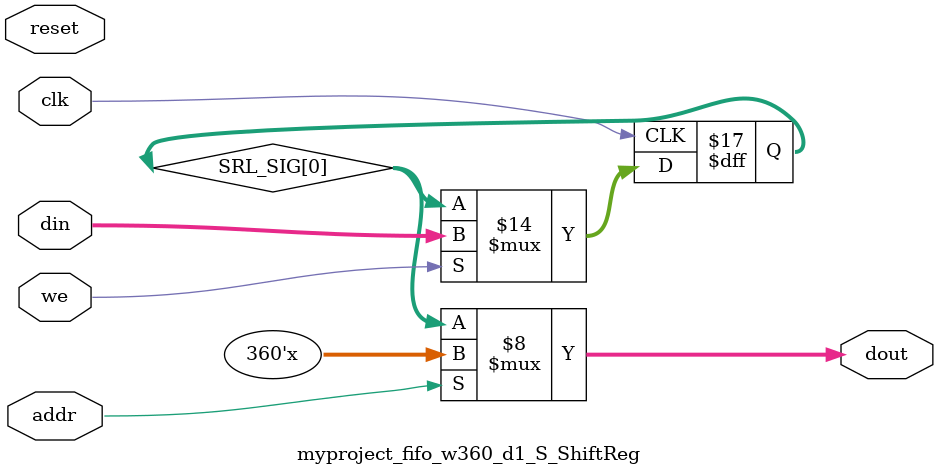
<source format=v>

`timescale 1 ns / 1 ps


module myproject_fifo_w360_d1_S
#(parameter
    MEM_STYLE   = "shiftReg",
    DATA_WIDTH  = 360,
    ADDR_WIDTH  = 1,
    DEPTH       = 1)
(
    // system signal
    input  wire                  clk,
    input  wire                  reset,

    // write
    output wire                  if_full_n,
    input  wire                  if_write_ce,
    input  wire                  if_write,
    input  wire [DATA_WIDTH-1:0] if_din,
    
    // read 
    output wire [ADDR_WIDTH:0]   if_num_data_valid, // for FRP
    output wire [ADDR_WIDTH:0]   if_fifo_cap,       // for FRP
    output wire                  if_empty_n,
    input  wire                  if_read_ce,
    input  wire                  if_read,
    output wire [DATA_WIDTH-1:0] if_dout
);
//------------------------Parameter----------------------

//------------------------Local signal-------------------
    wire [ADDR_WIDTH-1:0]     addr;
    wire                      push;
    wire                      pop;
    reg signed [ADDR_WIDTH:0] mOutPtr;
    reg                       empty_n = 1'b0;
    reg                       full_n  = 1'b1;
    // with almost full?  no 
    // has output register?  no 
//------------------------Instantiation------------------
    myproject_fifo_w360_d1_S_ShiftReg 
    #(  .DATA_WIDTH (DATA_WIDTH),
        .ADDR_WIDTH (ADDR_WIDTH),
        .DEPTH      (DEPTH))
    U_myproject_fifo_w360_d1_S_ShiftReg (
        .clk        (clk),
        .reset      (reset),
        .we         (push),
        .addr       (addr),
        .din        (if_din),
        .dout       (if_dout)
    );
//------------------------Task and function--------------

//------------------------Body---------------------------
    // has num_data_valid ? 
    assign if_num_data_valid = mOutPtr + 1'b1; // yes
    assign if_fifo_cap = DEPTH; // yes  

    // has almost full ? 
    assign if_full_n  = full_n; //no 
    assign push       = full_n & if_write_ce & if_write;

    // has output register? 
    assign if_empty_n = empty_n;  // no
    assign pop        = empty_n & if_read_ce & if_read; // no 

    assign addr       = mOutPtr[ADDR_WIDTH] == 1'b0 ? mOutPtr[ADDR_WIDTH-1:0] : {ADDR_WIDTH{1'b0}};

    // mOutPtr
    always @(posedge clk) begin
        if (reset == 1'b1)
            mOutPtr <= {ADDR_WIDTH+1{1'b1}};
        else if (push & ~pop)
            mOutPtr <= mOutPtr + 1'b1;
        else if (~push & pop)
            mOutPtr <= mOutPtr - 1'b1;
    end

    // full_n
    always @(posedge clk) begin
        if (reset == 1'b1)
            full_n <= 1'b1;
        else if (push & ~pop) begin
            if (mOutPtr == DEPTH - 2)
                full_n <= 1'b0;
        end
        else if (~push & pop)
            full_n <= 1'b1;
    end

    // almost_full_n 

    // empty_n
    always @(posedge clk) begin
        if (reset == 1'b1)
            empty_n <= 1'b0;
        else if (push & ~pop)
            empty_n <= 1'b1;
        else if (~push & pop) begin
            if (mOutPtr == 0)
                empty_n <= 1'b0;
        end
    end
 
    // num_data_valid 

    // dout_vld 

endmodule  


module myproject_fifo_w360_d1_S_ShiftReg
#(parameter
    DATA_WIDTH  = 360,
    ADDR_WIDTH  = 1,
    DEPTH       = 1)
(
    input  wire                  clk,
    input  wire                  reset,
    input  wire                  we,
    input  wire [ADDR_WIDTH-1:0] addr,
    input  wire [DATA_WIDTH-1:0] din,
    //output register? 
    output wire [DATA_WIDTH-1:0] dout // no 
);

    reg [DATA_WIDTH-1:0] SRL_SIG [0:DEPTH-1];
    integer i;

    always @ (posedge clk) begin
        if (we) begin
            for (i=0; i<DEPTH-1; i=i+1)
                SRL_SIG[i+1] <= SRL_SIG[i];
            SRL_SIG[0] <= din;
        end
    end

    //read from SRL, output register? 
    assign dout = SRL_SIG[addr];// no 

endmodule

</source>
